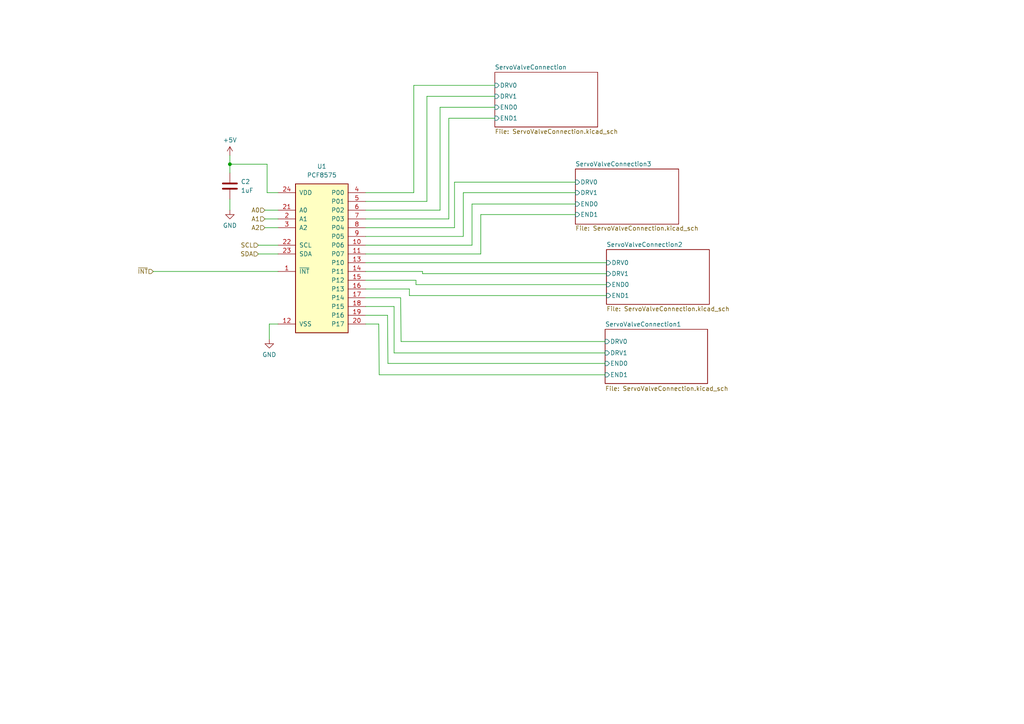
<source format=kicad_sch>
(kicad_sch (version 20230121) (generator eeschema)
  (paper "A4")
  (lib_symbols
    (symbol "Device:C" (pin_numbers hide) (pin_names (offset 0.254))
      (property "Reference" "C" (at 0.635 2.54 0))
      (property "Value" "C" (at 0.635 -2.54 0))
      (symbol "C_0_1"
        (polyline (pts (xy -2.032 -0.762) (xy 2.032 -0.762)) (stroke (width 0.508)))
        (polyline (pts (xy -2.032 0.762) (xy 2.032 0.762)) (stroke (width 0.508)))
      )
      (symbol "C_1_1"
        (pin passive line (at 0 3.81 270) (length 2.794) (name "~") (number "1"))
        (pin passive line (at 0 -3.81 90) (length 2.794) (name "~") (number "2"))
      )
    )
    (symbol "NXP:PCF8575" (pin_names (offset 1.016))
      (property "Reference" "U" (at 0 7.62 0))
      (property "Value" "PCF8575" (at 0 5.08 0))
      (symbol "PCF8575_0_1"
        (rectangle (start -7.62 2.54) (end 7.62 -40.64) (stroke (width 0.254)) (fill (type background)))
      )
      (symbol "PCF8575_1_1"
        (pin open_collector line (at -12.7 -22.86 0) (length 5.08) (name "~{INT}") (number "1"))
        (pin bidirectional line (at 12.7 -15.24 180) (length 5.08) (name "P06") (number "10"))
        (pin bidirectional line (at 12.7 -17.78 180) (length 5.08) (name "P07") (number "11"))
        (pin power_in line (at -12.7 -38.1 0) (length 5.08) (name "VSS") (number "12"))
        (pin bidirectional line (at 12.7 -20.32 180) (length 5.08) (name "P10") (number "13"))
        (pin bidirectional line (at 12.7 -22.86 180) (length 5.08) (name "P11") (number "14"))
        (pin bidirectional line (at 12.7 -25.4 180) (length 5.08) (name "P12") (number "15"))
        (pin bidirectional line (at 12.7 -27.94 180) (length 5.08) (name "P13") (number "16"))
        (pin bidirectional line (at 12.7 -30.48 180) (length 5.08) (name "P14") (number "17"))
        (pin bidirectional line (at 12.7 -33.02 180) (length 5.08) (name "P15") (number "18"))
        (pin bidirectional line (at 12.7 -35.56 180) (length 5.08) (name "P16") (number "19"))
        (pin input line (at -12.7 -7.62 0) (length 5.08) (name "A1") (number "2"))
        (pin bidirectional line (at 12.7 -38.1 180) (length 5.08) (name "P17") (number "20"))
        (pin input line (at -12.7 -5.08 0) (length 5.08) (name "A0") (number "21"))
        (pin input line (at -12.7 -15.24 0) (length 5.08) (name "SCL") (number "22"))
        (pin open_collector line (at -12.7 -17.78 0) (length 5.08) (name "SDA") (number "23"))
        (pin power_in line (at -12.7 0 0) (length 5.08) (name "VDD") (number "24"))
        (pin input line (at -12.7 -10.16 0) (length 5.08) (name "A2") (number "3"))
        (pin bidirectional line (at 12.7 0 180) (length 5.08) (name "P00") (number "4"))
        (pin bidirectional line (at 12.7 -2.54 180) (length 5.08) (name "P01") (number "5"))
        (pin bidirectional line (at 12.7 -5.08 180) (length 5.08) (name "P02") (number "6"))
        (pin bidirectional line (at 12.7 -7.62 180) (length 5.08) (name "P03") (number "7"))
        (pin bidirectional line (at 12.7 -10.16 180) (length 5.08) (name "P04") (number "8"))
        (pin bidirectional line (at 12.7 -12.7 180) (length 5.08) (name "P05") (number "9"))
      )
    )
    (symbol "power:+5V" (power) (pin_names (offset 0))
      (property "Value" "+5V" (at 0 3.556 0))
      (symbol "+5V_0_1"
        (polyline (pts (xy -0.762 1.27) (xy 0 2.54)))
        (polyline (pts (xy 0 0) (xy 0 2.54)))
        (polyline (pts (xy 0 2.54) (xy 0.762 1.27)))
      )
      (symbol "+5V_1_1"
        (pin power_in line (at 0 0 90) (length 0) hide (name "+5V") (number "1"))
      )
    )
    (symbol "power:GND" (power) (pin_names (offset 0))
      (property "Value" "GND" (at 0 -3.81 0))
      (symbol "GND_0_1"
        (polyline (pts (xy 0 0) (xy 0 -1.27) (xy 1.27 -1.27) (xy 0 -2.54) (xy -1.27 -1.27) (xy 0 -1.27)))
      )
      (symbol "GND_1_1"
        (pin power_in line (at 0 0 270) (length 0) hide (name "GND") (number "1"))
      )
    )
  )
  (junction (at 66.675 47.625))
  (wire (pts (xy 166.878 62.23) (xy 139.446 62.23)))
  (wire (pts (xy 106.045 86.36) (xy 116.205 86.36)))
  (wire (pts (xy 77.47 55.88) (xy 80.645 55.88)))
  (wire (pts (xy 106.045 71.12) (xy 136.906 71.12)))
  (wire (pts (xy 109.855 93.98) (xy 109.982 108.712)))
  (wire (pts (xy 114.3 102.362) (xy 114.3 88.9)))
  (wire (pts (xy 120.015 24.765) (xy 143.51 24.765)))
  (wire (pts (xy 114.3 102.362) (xy 175.514 102.362)))
  (wire (pts (xy 106.045 66.04) (xy 131.826 66.04)))
  (wire (pts (xy 106.045 60.96) (xy 127.635 60.96)))
  (wire (pts (xy 66.675 47.625) (xy 66.675 50.165)))
  (wire (pts (xy 118.745 83.82) (xy 118.745 85.725)))
  (wire (pts (xy 116.205 86.36) (xy 116.332 99.06)))
  (wire (pts (xy 76.835 63.5) (xy 80.645 63.5)))
  (wire (pts (xy 120.65 81.28) (xy 106.045 81.28)))
  (wire (pts (xy 106.045 78.74) (xy 122.555 78.74)))
  (wire (pts (xy 130.175 63.5) (xy 130.175 34.29)))
  (wire (pts (xy 77.47 47.625) (xy 77.47 55.88)))
  (wire (pts (xy 109.982 108.712) (xy 175.514 108.712)))
  (wire (pts (xy 106.045 91.44) (xy 112.395 91.44)))
  (wire (pts (xy 136.906 59.182) (xy 166.878 59.182)))
  (wire (pts (xy 44.45 78.74) (xy 80.645 78.74)))
  (wire (pts (xy 131.826 52.832) (xy 131.826 66.04)))
  (wire (pts (xy 112.395 91.44) (xy 112.522 105.41)))
  (wire (pts (xy 106.045 93.98) (xy 109.855 93.98)))
  (wire (pts (xy 66.675 57.785) (xy 66.675 60.96)))
  (wire (pts (xy 74.93 73.66) (xy 80.645 73.66)))
  (wire (pts (xy 106.045 76.2) (xy 175.895 76.2)))
  (wire (pts (xy 106.045 55.88) (xy 120.015 55.88)))
  (wire (pts (xy 134.366 55.88) (xy 166.878 55.88)))
  (wire (pts (xy 123.825 27.94) (xy 143.51 27.94)))
  (wire (pts (xy 134.366 68.58) (xy 134.366 55.88)))
  (wire (pts (xy 127.635 31.115) (xy 143.51 31.115)))
  (wire (pts (xy 120.015 55.88) (xy 120.015 24.765)))
  (wire (pts (xy 74.93 71.12) (xy 80.645 71.12)))
  (wire (pts (xy 136.906 71.12) (xy 136.906 59.182)))
  (wire (pts (xy 66.675 47.625) (xy 77.47 47.625)))
  (wire (pts (xy 112.522 105.41) (xy 175.514 105.41)))
  (wire (pts (xy 106.045 58.42) (xy 123.825 58.42)))
  (wire (pts (xy 66.675 47.625) (xy 66.675 45.085)))
  (wire (pts (xy 76.835 66.04) (xy 80.645 66.04)))
  (wire (pts (xy 78.105 98.425) (xy 78.105 93.98)))
  (wire (pts (xy 114.3 88.9) (xy 106.045 88.9)))
  (wire (pts (xy 175.895 82.55) (xy 120.65 82.55)))
  (wire (pts (xy 76.835 60.96) (xy 80.645 60.96)))
  (wire (pts (xy 106.045 63.5) (xy 130.175 63.5)))
  (wire (pts (xy 118.745 85.725) (xy 175.895 85.725)))
  (wire (pts (xy 139.446 73.66) (xy 106.045 73.66)))
  (wire (pts (xy 106.045 83.82) (xy 118.745 83.82)))
  (wire (pts (xy 122.555 78.74) (xy 122.555 79.375)))
  (wire (pts (xy 127.635 60.96) (xy 127.635 31.115)))
  (wire (pts (xy 130.175 34.29) (xy 143.51 34.29)))
  (wire (pts (xy 116.332 99.06) (xy 175.514 99.06)))
  (wire (pts (xy 139.446 62.23) (xy 139.446 73.66)))
  (wire (pts (xy 120.65 82.55) (xy 120.65 81.28)))
  (wire (pts (xy 131.826 52.832) (xy 166.878 52.832)))
  (wire (pts (xy 123.825 58.42) (xy 123.825 27.94)))
  (wire (pts (xy 122.555 79.375) (xy 175.895 79.375)))
  (wire (pts (xy 106.045 68.58) (xy 134.366 68.58)))
  (wire (pts (xy 78.105 93.98) (xy 80.645 93.98)))
  (hierarchical_label "A2" (shape input) (at 76.835 66.04 180))
  (hierarchical_label "SCL" (shape input) (at 74.93 71.12 180))
  (hierarchical_label "SDA" (shape input) (at 74.93 73.66 180))
  (hierarchical_label "A0" (shape input) (at 76.835 60.96 180))
  (hierarchical_label "~{INT}" (shape input) (at 44.45 78.74 180))
  (hierarchical_label "A1" (shape input) (at 76.835 63.5 180))
  (symbol (lib_id "power:+5V") (at 66.675 45.085 0) (unit 1)
    (property "Reference" "#PWR04" (effects hide))
    (property "Value" "+5V" (at 66.675 40.64 0))
  )
  (symbol (lib_id "power:GND") (at 78.105 98.425 0) (unit 1)
    (property "Reference" "#PWR06" (effects hide))
    (property "Value" "GND" (at 78.105 102.87 0))
  )
  (symbol (lib_id "NXP:PCF8575") (at 93.345 55.88 0) (unit 1)
    (property "Reference" "U1" (at 93.345 48.26 0))
    (property "Value" "PCF8575" (at 93.345 50.8 0))
    (property "Footprint" "Package_SO:TSSOP-24_4.4x7.8mm_P0.65mm" (effects hide))
    (property "Datasheet" "http://www.nxp.com/documents/data_sheet/PCF8575.pdf" (effects hide))
    (property "Manuf" "NXP" (effects hide))
    (property "MPN" "PCF8575TS/1,112" (effects hide))
    (property "BOM" "NXP PCF8575TS/1,112" (effects hide))
  )
  (symbol (lib_id "Device:C") (at 66.675 53.975 0) (unit 1)
    (property "Reference" "C2" (at 69.85 52.705 0) (effects (justify left)))
    (property "Value" "1uF" (at 69.85 55.245 0) (effects (justify left)))
    (property "Footprint" "Capacitor_SMD:C_0805_2012Metric" (effects hide))
    (instances (project "ValveServoI2C" (path "" (reference "C2") (unit 1)) (path "" (reference "C7") (unit 1)) (path "" (reference "C11") (unit 1)) (path "" (reference "C15") (unit 1)) (path "" (reference "C1") (unit 1))))
  )
  (symbol (lib_id "power:GND") (at 66.675 60.96 0) (unit 1)
    (property "Reference" "#PWR05" (effects hide))
    (property "Value" "GND" (at 66.675 65.405 0))
  )
  (sheet (at 166.878 49.022) (size 29.972 16.002) (stroke (width 0.1524))
    (property "Sheetname" "ServoValveConnection3" (at 166.878 48.3104 0) (effects (justify left bottom)))
    (property "Sheetfile" "ServoValveConnection.kicad_sch" (at 166.878 65.4816 0) (effects (justify left top)))
    (pin "DRV0" input (at 166.878 52.832 180))
    (pin "DRV1" input (at 166.878 55.88 180))
    (pin "END0" input (at 166.878 59.182 180))
    (pin "END1" input (at 166.878 62.23 180))
  )
  (sheet (at 143.51 20.955) (size 29.845 15.875) (stroke (width 0.1524))
    (property "Sheetname" "ServoValveConnection" (at 143.51 20.2434 0) (effects (justify left bottom)))
    (property "Sheetfile" "ServoValveConnection.kicad_sch" (at 143.51 37.4146 0) (effects (justify left top)))
    (pin "DRV0" input (at 143.51 24.765 180))
    (pin "DRV1" input (at 143.51 27.94 180))
    (pin "END0" input (at 143.51 31.115 180))
    (pin "END1" input (at 143.51 34.29 180))
  )
  (sheet (at 175.895 72.39) (size 29.845 15.875) (stroke (width 0.1524))
    (property "Sheetname" "ServoValveConnection2" (at 175.895 71.6784 0) (effects (justify left bottom)))
    (property "Sheetfile" "ServoValveConnection.kicad_sch" (at 175.895 88.8496 0) (effects (justify left top)))
    (pin "DRV0" input (at 175.895 76.2 180))
    (pin "DRV1" input (at 175.895 79.375 180))
    (pin "END0" input (at 175.895 82.55 180))
    (pin "END1" input (at 175.895 85.725 180))
  )
  (sheet (at 175.514 95.504) (size 29.718 15.748) (stroke (width 0.1524))
    (property "Sheetname" "ServoValveConnection1" (at 175.514 94.7924 0) (effects (justify left bottom)))
    (property "Sheetfile" "ServoValveConnection.kicad_sch" (at 175.514 111.9636 0) (effects (justify left top)))
    (pin "DRV0" input (at 175.514 99.06 180))
    (pin "DRV1" input (at 175.514 102.362 180))
    (pin "END0" input (at 175.514 105.41 180))
    (pin "END1" input (at 175.514 108.712 180))
  )
)
</source>
